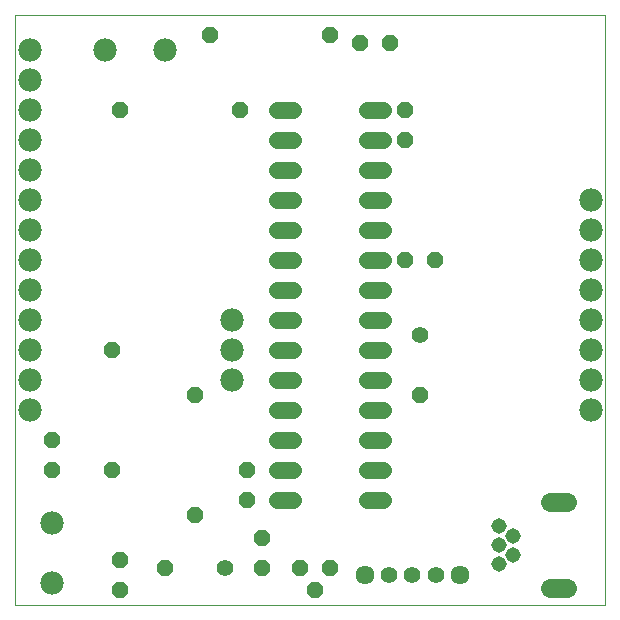
<source format=gbs>
G75*
%MOIN*%
%OFA0B0*%
%FSLAX25Y25*%
%IPPOS*%
%LPD*%
%AMOC8*
5,1,8,0,0,1.08239X$1,22.5*
%
%ADD10C,0.00000*%
%ADD11C,0.07800*%
%ADD12OC8,0.05600*%
%ADD13C,0.05600*%
%ADD14C,0.05600*%
%ADD15C,0.06337*%
%ADD16C,0.05550*%
%ADD17C,0.06337*%
%ADD18C,0.05156*%
D10*
X0011800Y0006800D02*
X0011800Y0203650D01*
X0208650Y0203650D01*
X0208650Y0006800D01*
X0011800Y0006800D01*
D11*
X0024300Y0014300D03*
X0024300Y0034300D03*
X0016800Y0071800D03*
X0016800Y0081800D03*
X0016800Y0091800D03*
X0016800Y0101800D03*
X0016800Y0111800D03*
X0016800Y0121800D03*
X0016800Y0131800D03*
X0016800Y0141800D03*
X0016800Y0151800D03*
X0016800Y0161800D03*
X0016800Y0171800D03*
X0016800Y0181800D03*
X0016800Y0191800D03*
X0041800Y0191800D03*
X0061800Y0191800D03*
X0084300Y0101800D03*
X0084300Y0091800D03*
X0084300Y0081800D03*
X0203800Y0081800D03*
X0203800Y0071800D03*
X0203800Y0091800D03*
X0203800Y0101800D03*
X0203800Y0111800D03*
X0203800Y0121800D03*
X0203800Y0131800D03*
X0203800Y0141800D03*
D12*
X0151800Y0121800D03*
X0141800Y0121800D03*
X0141800Y0161800D03*
X0141800Y0171800D03*
X0136800Y0194300D03*
X0126800Y0194300D03*
X0116800Y0196800D03*
X0086800Y0171800D03*
X0076800Y0196800D03*
X0046800Y0171800D03*
X0044300Y0091800D03*
X0071800Y0076800D03*
X0089300Y0051800D03*
X0089300Y0041800D03*
X0094300Y0029300D03*
X0094300Y0019300D03*
X0106800Y0019300D03*
X0111800Y0011800D03*
X0116800Y0019300D03*
X0071800Y0036800D03*
X0061800Y0019300D03*
X0046800Y0021800D03*
X0046800Y0011800D03*
X0044300Y0051800D03*
X0024300Y0051800D03*
X0024300Y0061800D03*
X0146800Y0076800D03*
D13*
X0146800Y0096800D03*
X0081800Y0019300D03*
D14*
X0099200Y0041800D02*
X0104400Y0041800D01*
X0104400Y0051800D02*
X0099200Y0051800D01*
X0099200Y0061800D02*
X0104400Y0061800D01*
X0104400Y0071800D02*
X0099200Y0071800D01*
X0099200Y0081800D02*
X0104400Y0081800D01*
X0104400Y0091800D02*
X0099200Y0091800D01*
X0099200Y0101800D02*
X0104400Y0101800D01*
X0104400Y0111800D02*
X0099200Y0111800D01*
X0099200Y0121800D02*
X0104400Y0121800D01*
X0104400Y0131800D02*
X0099200Y0131800D01*
X0099200Y0141800D02*
X0104400Y0141800D01*
X0104400Y0151800D02*
X0099200Y0151800D01*
X0099200Y0161800D02*
X0104400Y0161800D01*
X0104400Y0171800D02*
X0099200Y0171800D01*
X0129200Y0171800D02*
X0134400Y0171800D01*
X0134400Y0161800D02*
X0129200Y0161800D01*
X0129200Y0151800D02*
X0134400Y0151800D01*
X0134400Y0141800D02*
X0129200Y0141800D01*
X0129200Y0131800D02*
X0134400Y0131800D01*
X0134400Y0121800D02*
X0129200Y0121800D01*
X0129200Y0111800D02*
X0134400Y0111800D01*
X0134400Y0101800D02*
X0129200Y0101800D01*
X0129200Y0091800D02*
X0134400Y0091800D01*
X0134400Y0081800D02*
X0129200Y0081800D01*
X0129200Y0071800D02*
X0134400Y0071800D01*
X0134400Y0061800D02*
X0129200Y0061800D01*
X0129200Y0051800D02*
X0134400Y0051800D01*
X0134400Y0041800D02*
X0129200Y0041800D01*
D15*
X0128552Y0016800D03*
X0160048Y0016800D03*
D16*
X0152174Y0016800D03*
X0144300Y0016800D03*
X0136426Y0016800D03*
D17*
X0190091Y0012430D02*
X0196028Y0012430D01*
X0196028Y0041170D02*
X0190091Y0041170D01*
D18*
X0177902Y0029950D03*
X0173178Y0033099D03*
X0173178Y0026800D03*
X0177902Y0023650D03*
X0173178Y0020501D03*
M02*

</source>
